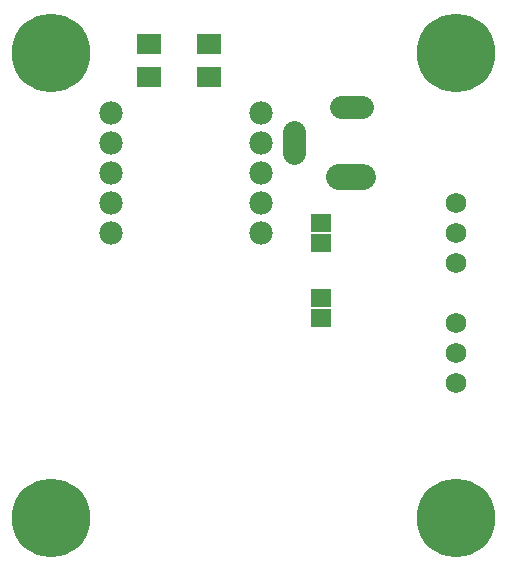
<source format=gts>
G75*
%MOIN*%
%OFA0B0*%
%FSLAX24Y24*%
%IPPOS*%
%LPD*%
%AMOC8*
5,1,8,0,0,1.08239X$1,22.5*
%
%ADD10C,0.0780*%
%ADD11C,0.0780*%
%ADD12C,0.0880*%
%ADD13C,0.0680*%
%ADD14R,0.0671X0.0592*%
%ADD15R,0.0789X0.0710*%
%ADD16C,0.2620*%
D10*
X003680Y011180D03*
X003680Y012180D03*
X003680Y013180D03*
X003680Y014180D03*
X003680Y015180D03*
X008680Y015180D03*
X008680Y014180D03*
X008680Y013180D03*
X008680Y012180D03*
X008680Y011180D03*
D11*
X009751Y013848D02*
X009751Y014548D01*
X011330Y015399D02*
X012030Y015399D01*
D12*
X012080Y013036D02*
X011280Y013036D01*
D13*
X015180Y012180D03*
X015180Y011180D03*
X015180Y010180D03*
X015180Y008180D03*
X015180Y007180D03*
X015180Y006180D03*
D14*
X010680Y008345D03*
X010680Y009015D03*
X010680Y010845D03*
X010680Y011515D03*
D15*
X006930Y016379D03*
X006930Y017481D03*
X004930Y017481D03*
X004930Y016379D03*
D16*
X001680Y001680D03*
X001680Y017180D03*
X015180Y017180D03*
X015180Y001680D03*
M02*

</source>
